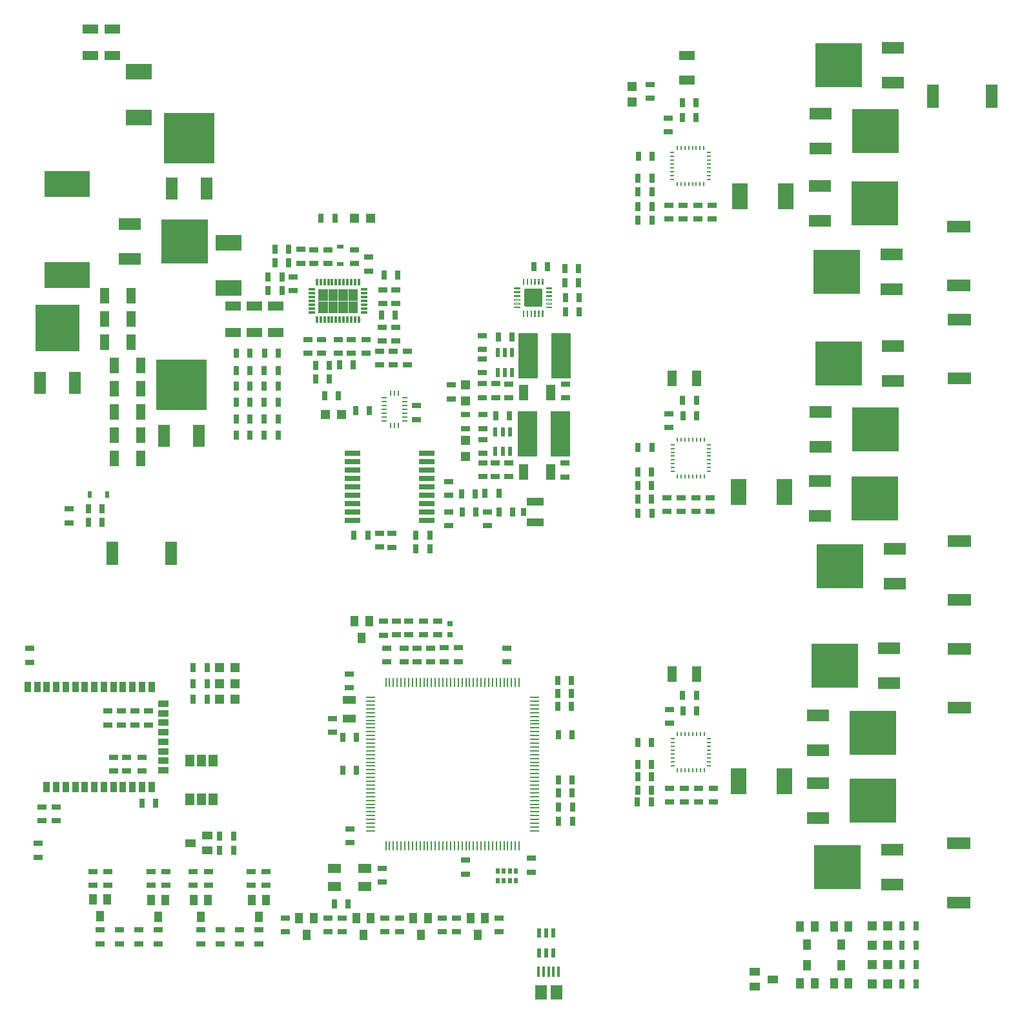
<source format=gtp>
G75*
%MOIN*%
%OFA0B0*%
%FSLAX25Y25*%
%IPPOS*%
%LPD*%
%AMOC8*
5,1,8,0,0,1.08239X$1,22.5*
%
%ADD10R,0.04724X0.03150*%
%ADD11R,0.03150X0.04724*%
%ADD12R,0.03937X0.05512*%
%ADD13R,0.01575X0.05315*%
%ADD14R,0.05906X0.07480*%
%ADD15R,0.07087X0.03937*%
%ADD16R,0.01100X0.04800*%
%ADD17R,0.04800X0.01100*%
%ADD18R,0.02165X0.04724*%
%ADD19R,0.07087X0.05118*%
%ADD20R,0.02362X0.00984*%
%ADD21R,0.00984X0.02362*%
%ADD22R,0.11811X0.06299*%
%ADD23R,0.24409X0.22835*%
%ADD24R,0.07874X0.13386*%
%ADD25R,0.04724X0.04724*%
%ADD26R,0.05512X0.03937*%
%ADD27R,0.12087X0.05984*%
%ADD28R,0.05984X0.12087*%
%ADD29R,0.01181X0.03169*%
%ADD30R,0.03169X0.01181*%
%ADD31C,0.00100*%
%ADD32R,0.08110X0.05000*%
%ADD33R,0.13386X0.07874*%
%ADD34R,0.06299X0.11811*%
%ADD35R,0.22835X0.24409*%
%ADD36R,0.05000X0.08110*%
%ADD37R,0.03150X0.03150*%
%ADD38R,0.26378X0.26378*%
%ADD39R,0.04724X0.07874*%
%ADD40R,0.07874X0.04724*%
%ADD41C,0.00378*%
%ADD42C,0.00930*%
%ADD43R,0.03268X0.02480*%
%ADD44R,0.03150X0.00984*%
%ADD45R,0.00984X0.03150*%
%ADD46R,0.07874X0.02756*%
%ADD47R,0.08661X0.04134*%
%ADD48R,0.03150X0.03937*%
%ADD49R,0.23622X0.13780*%
%ADD50R,0.01969X0.02559*%
%ADD51R,0.09843X0.23622*%
%ADD52R,0.04600X0.06300*%
%ADD53R,0.03300X0.05700*%
%ADD54R,0.05700X0.03300*%
%ADD55R,0.02480X0.03268*%
D10*
X0083200Y0077205D03*
X0083200Y0084291D03*
X0090900Y0084291D03*
X0090900Y0077205D03*
X0113300Y0077205D03*
X0113300Y0084291D03*
X0120800Y0084291D03*
X0120800Y0077205D03*
X0135100Y0077205D03*
X0135100Y0084291D03*
X0142900Y0084291D03*
X0142900Y0077205D03*
X0165100Y0077205D03*
X0165100Y0084291D03*
X0172600Y0084291D03*
X0172600Y0077205D03*
X0182500Y0060491D03*
X0182500Y0053405D03*
X0168900Y0054191D03*
X0168900Y0047105D03*
X0158900Y0047105D03*
X0158900Y0054191D03*
X0148900Y0054191D03*
X0148900Y0047105D03*
X0138900Y0047105D03*
X0138900Y0054191D03*
X0117000Y0054191D03*
X0117000Y0047105D03*
X0107000Y0047105D03*
X0107000Y0054191D03*
X0097000Y0054191D03*
X0097000Y0047105D03*
X0087000Y0047105D03*
X0087000Y0054191D03*
X0055000Y0091805D03*
X0055000Y0098891D03*
X0057000Y0110605D03*
X0057000Y0117691D03*
X0064300Y0117691D03*
X0064300Y0110605D03*
X0093800Y0136205D03*
X0100600Y0136205D03*
X0108500Y0136205D03*
X0108500Y0143291D03*
X0100600Y0143291D03*
X0093800Y0143291D03*
X0091100Y0160105D03*
X0091100Y0167191D03*
X0098100Y0167191D03*
X0105100Y0167191D03*
X0111800Y0167191D03*
X0111800Y0160105D03*
X0105100Y0160105D03*
X0098100Y0160105D03*
X0050500Y0192505D03*
X0050500Y0199591D03*
X0071100Y0264505D03*
X0071100Y0271591D03*
X0194211Y0351905D03*
X0194211Y0358991D03*
X0201361Y0359041D03*
X0201361Y0351955D03*
X0210100Y0351916D03*
X0216711Y0351905D03*
X0216711Y0358991D03*
X0210100Y0359002D03*
X0224411Y0358991D03*
X0224411Y0351905D03*
X0231311Y0353091D03*
X0232711Y0358305D03*
X0239611Y0358305D03*
X0238211Y0353091D03*
X0238211Y0346005D03*
X0231311Y0346005D03*
X0245500Y0345994D03*
X0245500Y0353080D03*
X0239611Y0365391D03*
X0232711Y0365391D03*
X0233111Y0377605D03*
X0239711Y0377605D03*
X0239711Y0384691D03*
X0233111Y0384691D03*
X0225711Y0394505D03*
X0225711Y0401591D03*
X0218211Y0398405D03*
X0218211Y0405491D03*
X0204611Y0405491D03*
X0197311Y0405491D03*
X0190600Y0405580D03*
X0190600Y0398494D03*
X0197311Y0398405D03*
X0204611Y0398405D03*
X0186711Y0391491D03*
X0186711Y0384405D03*
X0250200Y0324891D03*
X0250200Y0317805D03*
X0268200Y0328505D03*
X0268200Y0335591D03*
X0284300Y0336191D03*
X0284300Y0341905D03*
X0284300Y0348991D03*
X0284300Y0354005D03*
X0284300Y0361091D03*
X0291200Y0336191D03*
X0291200Y0329105D03*
X0284300Y0329105D03*
X0284600Y0320191D03*
X0284600Y0313105D03*
X0284600Y0307391D03*
X0275500Y0313105D03*
X0275500Y0320191D03*
X0284600Y0300305D03*
X0284500Y0295291D03*
X0291000Y0295291D03*
X0297800Y0295291D03*
X0297800Y0288205D03*
X0291000Y0288205D03*
X0284500Y0288205D03*
X0266900Y0285791D03*
X0266900Y0278705D03*
X0267000Y0270091D03*
X0267000Y0263005D03*
X0287100Y0263005D03*
X0287100Y0270091D03*
X0327000Y0288105D03*
X0327000Y0295191D03*
X0327400Y0328905D03*
X0327400Y0335991D03*
X0297800Y0336091D03*
X0297800Y0329005D03*
X0237700Y0258891D03*
X0231400Y0258991D03*
X0231400Y0251905D03*
X0237700Y0251805D03*
X0239900Y0213691D03*
X0246200Y0213691D03*
X0246200Y0206605D03*
X0239900Y0206605D03*
X0233300Y0206505D03*
X0235100Y0199691D03*
X0235100Y0192605D03*
X0244000Y0192705D03*
X0250700Y0192705D03*
X0257500Y0192705D03*
X0257500Y0199791D03*
X0250700Y0199791D03*
X0244000Y0199791D03*
X0253800Y0206605D03*
X0261300Y0206605D03*
X0264700Y0199891D03*
X0264700Y0192805D03*
X0271900Y0192805D03*
X0271900Y0199891D03*
X0261300Y0213691D03*
X0253800Y0213691D03*
X0233300Y0213591D03*
X0215500Y0186491D03*
X0215500Y0179405D03*
X0206900Y0163291D03*
X0206900Y0156205D03*
X0216100Y0106391D03*
X0216100Y0099305D03*
X0232500Y0085991D03*
X0232500Y0078905D03*
X0234000Y0060491D03*
X0234000Y0053405D03*
X0241500Y0053405D03*
X0241500Y0060491D03*
X0263500Y0060491D03*
X0271000Y0060491D03*
X0271000Y0053405D03*
X0263500Y0053405D03*
X0293000Y0053405D03*
X0293000Y0060491D03*
X0275700Y0083105D03*
X0275700Y0090191D03*
X0309700Y0091191D03*
X0309700Y0084105D03*
X0381100Y0120205D03*
X0381100Y0127291D03*
X0388600Y0127291D03*
X0388600Y0120205D03*
X0396100Y0120205D03*
X0396100Y0127291D03*
X0403600Y0127291D03*
X0403600Y0120205D03*
X0381110Y0161027D03*
X0381110Y0168113D03*
X0296800Y0192705D03*
X0296800Y0199791D03*
X0379600Y0270205D03*
X0379600Y0277291D03*
X0387100Y0277291D03*
X0387100Y0270205D03*
X0394600Y0270205D03*
X0394600Y0277291D03*
X0402100Y0277291D03*
X0402100Y0270205D03*
X0380710Y0313553D03*
X0380710Y0320639D03*
X0380600Y0421205D03*
X0380600Y0428291D03*
X0388100Y0428291D03*
X0388100Y0421205D03*
X0395600Y0421205D03*
X0395600Y0428291D03*
X0403100Y0428291D03*
X0403100Y0421205D03*
X0380310Y0466405D03*
X0380310Y0473491D03*
X0371100Y0483605D03*
X0371100Y0490691D03*
X0212000Y0060491D03*
X0212000Y0053405D03*
X0204500Y0053405D03*
X0204500Y0060491D03*
D11*
X0207857Y0067748D03*
X0214943Y0067748D03*
X0155843Y0095448D03*
X0155843Y0102748D03*
X0148757Y0102748D03*
X0148757Y0095448D03*
X0115743Y0119648D03*
X0108657Y0119648D03*
X0135057Y0173348D03*
X0142143Y0173348D03*
X0142143Y0181348D03*
X0135057Y0181348D03*
X0135057Y0189648D03*
X0142143Y0189648D03*
X0212257Y0153748D03*
X0219343Y0153748D03*
X0219243Y0136848D03*
X0212157Y0136848D03*
X0323457Y0131648D03*
X0330543Y0131648D03*
X0330719Y0125065D03*
X0323632Y0125065D03*
X0323732Y0117765D03*
X0330819Y0117765D03*
X0330819Y0110365D03*
X0323732Y0110365D03*
X0364446Y0120248D03*
X0364467Y0126348D03*
X0371554Y0126348D03*
X0371533Y0120248D03*
X0371554Y0133448D03*
X0371554Y0139848D03*
X0364467Y0139848D03*
X0364467Y0133448D03*
X0364467Y0150870D03*
X0371554Y0150870D03*
X0387867Y0167370D03*
X0394954Y0167370D03*
X0394854Y0175370D03*
X0387767Y0175370D03*
X0330243Y0176448D03*
X0330243Y0182948D03*
X0323157Y0182948D03*
X0323157Y0176448D03*
X0323157Y0169848D03*
X0330243Y0169848D03*
X0330743Y0155048D03*
X0323657Y0155048D03*
X0257143Y0251148D03*
X0250057Y0251148D03*
X0250057Y0258148D03*
X0257143Y0258148D03*
X0273957Y0270048D03*
X0281043Y0270048D03*
X0280543Y0279448D03*
X0285757Y0279548D03*
X0292843Y0279548D03*
X0292957Y0270048D03*
X0300043Y0270048D03*
X0273457Y0279448D03*
X0291257Y0319548D03*
X0298343Y0319548D03*
X0299743Y0360248D03*
X0292657Y0360248D03*
X0327257Y0373248D03*
X0334343Y0373248D03*
X0334343Y0380748D03*
X0327257Y0380748D03*
X0326857Y0388248D03*
X0333943Y0388248D03*
X0333943Y0395748D03*
X0326857Y0395748D03*
X0318043Y0396548D03*
X0310957Y0396548D03*
X0364767Y0420548D03*
X0371854Y0420548D03*
X0371854Y0427848D03*
X0364767Y0427848D03*
X0364767Y0435348D03*
X0371854Y0435348D03*
X0371854Y0442448D03*
X0364767Y0442448D03*
X0364867Y0453548D03*
X0371954Y0453548D03*
X0387667Y0473848D03*
X0394754Y0473848D03*
X0394754Y0481248D03*
X0387667Y0481248D03*
X0240543Y0392359D03*
X0233457Y0392359D03*
X0232357Y0371537D03*
X0239443Y0371537D03*
X0217654Y0345948D03*
X0210568Y0345948D03*
X0205254Y0345848D03*
X0198168Y0345848D03*
X0198157Y0338559D03*
X0205243Y0338559D03*
X0202845Y0329978D03*
X0209931Y0329978D03*
X0218857Y0322348D03*
X0225943Y0322348D03*
X0178868Y0326576D03*
X0178868Y0318076D03*
X0171781Y0318076D03*
X0164368Y0318076D03*
X0157281Y0318076D03*
X0157281Y0326576D03*
X0164368Y0326576D03*
X0171781Y0326576D03*
X0171781Y0335076D03*
X0164368Y0335076D03*
X0157281Y0335076D03*
X0157281Y0343176D03*
X0164368Y0343176D03*
X0171781Y0343176D03*
X0178868Y0343176D03*
X0178868Y0335076D03*
X0178968Y0352076D03*
X0171881Y0352076D03*
X0164368Y0352076D03*
X0157281Y0352076D03*
X0173768Y0384448D03*
X0173768Y0391448D03*
X0180854Y0391448D03*
X0180854Y0384448D03*
X0184254Y0398548D03*
X0184232Y0405548D03*
X0177146Y0405548D03*
X0177168Y0398548D03*
X0201057Y0421648D03*
X0208143Y0421648D03*
X0178868Y0309576D03*
X0171781Y0309576D03*
X0164368Y0309576D03*
X0157281Y0309576D03*
X0218057Y0258148D03*
X0225143Y0258148D03*
X0088043Y0264548D03*
X0080957Y0264548D03*
X0080957Y0271848D03*
X0088043Y0271848D03*
X0364667Y0276548D03*
X0371754Y0276548D03*
X0371833Y0269348D03*
X0364746Y0269348D03*
X0364667Y0283848D03*
X0371754Y0283848D03*
X0371754Y0290848D03*
X0364667Y0290848D03*
X0364767Y0303296D03*
X0371854Y0303296D03*
X0387867Y0319696D03*
X0394954Y0319696D03*
X0394854Y0327596D03*
X0387767Y0327596D03*
X0501067Y0056348D03*
X0508154Y0056348D03*
X0508154Y0046348D03*
X0501067Y0046348D03*
X0501067Y0036348D03*
X0508154Y0036348D03*
X0508154Y0026348D03*
X0501067Y0026348D03*
D12*
X0083260Y0070079D03*
X0090740Y0070079D03*
X0087000Y0061417D03*
X0113260Y0069679D03*
X0117000Y0061017D03*
X0120740Y0069679D03*
X0135160Y0069679D03*
X0142640Y0069679D03*
X0138900Y0061017D03*
X0165160Y0069679D03*
X0168900Y0061017D03*
X0172640Y0069679D03*
X0189760Y0060479D03*
X0197240Y0060479D03*
X0193500Y0051817D03*
X0219260Y0060479D03*
X0226740Y0060479D03*
X0223000Y0051817D03*
X0248760Y0060479D03*
X0256240Y0060479D03*
X0252500Y0051817D03*
X0278260Y0060479D03*
X0285740Y0060479D03*
X0282000Y0051817D03*
X0222100Y0204917D03*
X0218360Y0213579D03*
X0225840Y0213579D03*
X0448370Y0056072D03*
X0455850Y0056072D03*
X0465870Y0056072D03*
X0473350Y0056072D03*
X0469610Y0046624D03*
X0469610Y0036072D03*
X0465870Y0026624D03*
X0473350Y0026624D03*
X0455850Y0026624D03*
X0448370Y0026624D03*
X0452110Y0036072D03*
X0452110Y0046624D03*
D13*
X0323661Y0032648D03*
X0321102Y0032648D03*
X0318543Y0032648D03*
X0315983Y0032648D03*
X0313424Y0032648D03*
D14*
X0314606Y0022018D03*
X0322480Y0022018D03*
D15*
X0215500Y0163327D03*
X0215500Y0173169D03*
D16*
X0234451Y0182148D03*
X0236420Y0182148D03*
X0238388Y0182148D03*
X0240357Y0182148D03*
X0242325Y0182148D03*
X0244294Y0182148D03*
X0246262Y0182148D03*
X0248231Y0182148D03*
X0250199Y0182148D03*
X0252168Y0182148D03*
X0254136Y0182148D03*
X0256105Y0182148D03*
X0258073Y0182148D03*
X0260042Y0182148D03*
X0262010Y0182148D03*
X0263979Y0182148D03*
X0265947Y0182148D03*
X0267916Y0182148D03*
X0269884Y0182148D03*
X0271853Y0182148D03*
X0273821Y0182148D03*
X0275790Y0182148D03*
X0277758Y0182148D03*
X0279727Y0182148D03*
X0281695Y0182148D03*
X0283664Y0182148D03*
X0285632Y0182148D03*
X0287601Y0182148D03*
X0289569Y0182148D03*
X0291538Y0182148D03*
X0293506Y0182148D03*
X0295475Y0182148D03*
X0297443Y0182148D03*
X0299412Y0182148D03*
X0301380Y0182148D03*
X0303349Y0182148D03*
X0303349Y0097548D03*
X0301380Y0097548D03*
X0299412Y0097548D03*
X0297443Y0097548D03*
X0295475Y0097548D03*
X0293506Y0097548D03*
X0291538Y0097548D03*
X0289569Y0097548D03*
X0287601Y0097548D03*
X0285632Y0097548D03*
X0283664Y0097548D03*
X0281695Y0097548D03*
X0279727Y0097548D03*
X0277758Y0097548D03*
X0275790Y0097548D03*
X0273821Y0097548D03*
X0271853Y0097548D03*
X0269884Y0097548D03*
X0267916Y0097548D03*
X0265947Y0097548D03*
X0263979Y0097548D03*
X0262010Y0097548D03*
X0260042Y0097548D03*
X0258073Y0097548D03*
X0256105Y0097548D03*
X0254136Y0097548D03*
X0252168Y0097548D03*
X0250199Y0097548D03*
X0248231Y0097548D03*
X0246262Y0097548D03*
X0244294Y0097548D03*
X0242325Y0097548D03*
X0240357Y0097548D03*
X0238388Y0097548D03*
X0236420Y0097548D03*
X0234451Y0097548D03*
D17*
X0226600Y0105399D03*
X0226600Y0107368D03*
X0226600Y0109336D03*
X0226600Y0111305D03*
X0226600Y0113273D03*
X0226600Y0115242D03*
X0226600Y0117210D03*
X0226600Y0119179D03*
X0226600Y0121147D03*
X0226600Y0123116D03*
X0226600Y0125084D03*
X0226600Y0127053D03*
X0226600Y0129021D03*
X0226600Y0130990D03*
X0226600Y0132958D03*
X0226600Y0134927D03*
X0226600Y0136895D03*
X0226600Y0138864D03*
X0226600Y0140832D03*
X0226600Y0142801D03*
X0226600Y0144769D03*
X0226600Y0146738D03*
X0226600Y0148706D03*
X0226600Y0150675D03*
X0226600Y0152643D03*
X0226600Y0154612D03*
X0226600Y0156580D03*
X0226600Y0158549D03*
X0226600Y0160517D03*
X0226600Y0162486D03*
X0226600Y0164454D03*
X0226600Y0166423D03*
X0226600Y0168391D03*
X0226600Y0170360D03*
X0226600Y0172328D03*
X0226600Y0174297D03*
X0311200Y0174297D03*
X0311200Y0172328D03*
X0311200Y0170360D03*
X0311200Y0168391D03*
X0311200Y0166423D03*
X0311200Y0164454D03*
X0311200Y0162486D03*
X0311200Y0160517D03*
X0311200Y0158549D03*
X0311200Y0156580D03*
X0311200Y0154612D03*
X0311200Y0152643D03*
X0311200Y0150675D03*
X0311200Y0148706D03*
X0311200Y0146738D03*
X0311200Y0144769D03*
X0311200Y0142801D03*
X0311200Y0140832D03*
X0311200Y0138864D03*
X0311200Y0136895D03*
X0311200Y0134927D03*
X0311200Y0132958D03*
X0311200Y0130990D03*
X0311200Y0129021D03*
X0311200Y0127053D03*
X0311200Y0125084D03*
X0311200Y0123116D03*
X0311200Y0121147D03*
X0311200Y0119179D03*
X0311200Y0117210D03*
X0311200Y0115242D03*
X0311200Y0113273D03*
X0311200Y0111305D03*
X0311200Y0109336D03*
X0311200Y0107368D03*
X0311200Y0105399D03*
D18*
X0313460Y0052567D03*
X0317200Y0052567D03*
X0320940Y0052567D03*
X0320940Y0042330D03*
X0317200Y0042330D03*
X0313460Y0042330D03*
X0298540Y0301230D03*
X0294800Y0301230D03*
X0291060Y0301230D03*
X0291060Y0311466D03*
X0294800Y0311466D03*
X0298540Y0311466D03*
X0299640Y0342030D03*
X0295900Y0342030D03*
X0292160Y0342030D03*
X0292160Y0352266D03*
X0295900Y0352266D03*
X0299640Y0352266D03*
D19*
X0223574Y0085972D03*
X0223574Y0076524D03*
X0207826Y0076524D03*
X0207826Y0085972D03*
D20*
X0382461Y0139080D03*
X0382461Y0141049D03*
X0382461Y0143017D03*
X0382461Y0144986D03*
X0382461Y0146954D03*
X0382461Y0148923D03*
X0382461Y0150891D03*
X0382461Y0152860D03*
X0401359Y0152860D03*
X0401359Y0150891D03*
X0401359Y0148923D03*
X0401359Y0146954D03*
X0401359Y0144986D03*
X0401359Y0143017D03*
X0401359Y0141049D03*
X0401359Y0139080D03*
X0401359Y0291006D03*
X0401359Y0292975D03*
X0401359Y0294943D03*
X0401359Y0296912D03*
X0401359Y0298880D03*
X0401359Y0300849D03*
X0401359Y0302817D03*
X0401359Y0304786D03*
X0382461Y0304786D03*
X0382461Y0302817D03*
X0382461Y0300849D03*
X0382461Y0298880D03*
X0382461Y0296912D03*
X0382461Y0294943D03*
X0382461Y0292975D03*
X0382461Y0291006D03*
X0382361Y0441758D03*
X0382361Y0443727D03*
X0382361Y0445695D03*
X0382361Y0447664D03*
X0382361Y0449632D03*
X0382361Y0451601D03*
X0382361Y0453569D03*
X0382361Y0455538D03*
X0401259Y0455538D03*
X0401259Y0453569D03*
X0401259Y0451601D03*
X0401259Y0449632D03*
X0401259Y0447664D03*
X0401259Y0445695D03*
X0401259Y0443727D03*
X0401259Y0441758D03*
D21*
X0398700Y0439199D03*
X0396731Y0439199D03*
X0394763Y0439199D03*
X0392794Y0439199D03*
X0390826Y0439199D03*
X0388857Y0439199D03*
X0386889Y0439199D03*
X0384920Y0439199D03*
X0384920Y0458097D03*
X0386889Y0458097D03*
X0388857Y0458097D03*
X0390826Y0458097D03*
X0392794Y0458097D03*
X0394763Y0458097D03*
X0396731Y0458097D03*
X0398700Y0458097D03*
X0398800Y0307345D03*
X0396831Y0307345D03*
X0394863Y0307345D03*
X0392894Y0307345D03*
X0390926Y0307345D03*
X0388957Y0307345D03*
X0386989Y0307345D03*
X0385020Y0307345D03*
X0385020Y0288447D03*
X0386989Y0288447D03*
X0388957Y0288447D03*
X0390926Y0288447D03*
X0392894Y0288447D03*
X0394863Y0288447D03*
X0396831Y0288447D03*
X0398800Y0288447D03*
X0398800Y0155419D03*
X0396831Y0155419D03*
X0394863Y0155419D03*
X0392894Y0155419D03*
X0390926Y0155419D03*
X0388957Y0155419D03*
X0386989Y0155419D03*
X0385020Y0155419D03*
X0385020Y0136521D03*
X0386989Y0136521D03*
X0388957Y0136521D03*
X0390926Y0136521D03*
X0392894Y0136521D03*
X0394863Y0136521D03*
X0396831Y0136521D03*
X0398800Y0136521D03*
D22*
X0457610Y0129966D03*
X0457690Y0146874D03*
X0457690Y0164866D03*
X0494390Y0181730D03*
X0494390Y0199722D03*
X0497210Y0233004D03*
X0497210Y0250996D03*
X0458610Y0268100D03*
X0458610Y0286092D03*
X0458990Y0303700D03*
X0458990Y0321692D03*
X0496390Y0337604D03*
X0496390Y0355596D03*
X0495710Y0385152D03*
X0495710Y0403144D03*
X0458710Y0420352D03*
X0458710Y0438344D03*
X0458990Y0457652D03*
X0458990Y0475644D03*
X0496390Y0491752D03*
X0496390Y0509744D03*
X0102411Y0418544D03*
X0102411Y0400552D03*
X0457610Y0111974D03*
X0495910Y0095822D03*
X0495910Y0077830D03*
D23*
X0467643Y0086826D03*
X0485878Y0120970D03*
X0485957Y0155870D03*
X0466122Y0190726D03*
X0468943Y0242000D03*
X0486878Y0277096D03*
X0487257Y0312696D03*
X0468122Y0346600D03*
X0467443Y0394148D03*
X0486978Y0429348D03*
X0487257Y0466648D03*
X0468122Y0500748D03*
X0130679Y0409548D03*
D24*
X0417299Y0433148D03*
X0440921Y0433148D03*
X0440321Y0280296D03*
X0416699Y0280296D03*
X0416599Y0131070D03*
X0440221Y0131070D03*
D25*
X0485476Y0056348D03*
X0493744Y0056348D03*
X0493744Y0046348D03*
X0485476Y0046348D03*
X0485476Y0036348D03*
X0493744Y0036348D03*
X0493744Y0026348D03*
X0485476Y0026348D03*
X0275500Y0298714D03*
X0275500Y0306982D03*
X0275500Y0327314D03*
X0275500Y0335582D03*
X0211646Y0320418D03*
X0203378Y0320418D03*
X0218266Y0421648D03*
X0226534Y0421648D03*
X0361500Y0481561D03*
X0361500Y0489829D03*
X0156734Y0189648D03*
X0156734Y0181348D03*
X0156734Y0173348D03*
X0148466Y0173348D03*
X0148466Y0181348D03*
X0148466Y0189648D03*
D26*
X0142131Y0102888D03*
X0142131Y0095408D03*
X0133469Y0099148D03*
X0424886Y0032588D03*
X0424886Y0025108D03*
X0434335Y0028848D03*
D27*
X0530410Y0068454D03*
X0530410Y0098887D03*
X0530610Y0168854D03*
X0530610Y0199287D03*
X0530710Y0224680D03*
X0530710Y0255113D03*
X0530610Y0338880D03*
X0530610Y0369313D03*
X0530310Y0387031D03*
X0530310Y0417465D03*
D28*
X0516994Y0484648D03*
X0547427Y0484648D03*
X0123717Y0248559D03*
X0093283Y0248559D03*
D29*
X0198884Y0369393D03*
X0200853Y0369393D03*
X0202821Y0369393D03*
X0204790Y0369393D03*
X0206758Y0369393D03*
X0208727Y0369393D03*
X0210695Y0369393D03*
X0212664Y0369393D03*
X0214632Y0369393D03*
X0216601Y0369393D03*
X0218569Y0369393D03*
X0220538Y0369393D03*
X0220538Y0388703D03*
X0218569Y0388703D03*
X0216601Y0388703D03*
X0214632Y0388703D03*
X0212664Y0388703D03*
X0210695Y0388703D03*
X0208727Y0388703D03*
X0206758Y0388703D03*
X0204790Y0388703D03*
X0202821Y0388703D03*
X0200853Y0388703D03*
X0198884Y0388703D03*
D30*
X0196119Y0384954D03*
X0196119Y0382985D03*
X0196119Y0381017D03*
X0196119Y0379048D03*
X0196119Y0377080D03*
X0196119Y0375111D03*
X0196119Y0373143D03*
X0223303Y0373143D03*
X0223303Y0375111D03*
X0223303Y0377080D03*
X0223303Y0379048D03*
X0223303Y0381017D03*
X0223303Y0382985D03*
X0223303Y0384954D03*
D31*
X0219652Y0384991D02*
X0215272Y0384991D01*
X0215272Y0385052D02*
X0215272Y0379442D01*
X0219652Y0379442D01*
X0219652Y0385052D01*
X0215272Y0385052D01*
X0215272Y0384892D02*
X0219652Y0384892D01*
X0219652Y0384794D02*
X0215272Y0384794D01*
X0215272Y0384695D02*
X0219652Y0384695D01*
X0219652Y0384597D02*
X0215272Y0384597D01*
X0215272Y0384498D02*
X0219652Y0384498D01*
X0219652Y0384400D02*
X0215272Y0384400D01*
X0215272Y0384301D02*
X0219652Y0384301D01*
X0219652Y0384203D02*
X0215272Y0384203D01*
X0215272Y0384104D02*
X0219652Y0384104D01*
X0219652Y0384006D02*
X0215272Y0384006D01*
X0215272Y0383907D02*
X0219652Y0383907D01*
X0219652Y0383809D02*
X0215272Y0383809D01*
X0215272Y0383710D02*
X0219652Y0383710D01*
X0219652Y0383612D02*
X0215272Y0383612D01*
X0215272Y0383513D02*
X0219652Y0383513D01*
X0219652Y0383415D02*
X0215272Y0383415D01*
X0215272Y0383316D02*
X0219652Y0383316D01*
X0219652Y0383218D02*
X0215272Y0383218D01*
X0215272Y0383119D02*
X0219652Y0383119D01*
X0219652Y0383021D02*
X0215272Y0383021D01*
X0215272Y0382922D02*
X0219652Y0382922D01*
X0219652Y0382824D02*
X0215272Y0382824D01*
X0215272Y0382725D02*
X0219652Y0382725D01*
X0219652Y0382627D02*
X0215272Y0382627D01*
X0215272Y0382528D02*
X0219652Y0382528D01*
X0219652Y0382429D02*
X0215272Y0382429D01*
X0215272Y0382331D02*
X0219652Y0382331D01*
X0219652Y0382232D02*
X0215272Y0382232D01*
X0215272Y0382134D02*
X0219652Y0382134D01*
X0219652Y0382035D02*
X0215272Y0382035D01*
X0215272Y0381937D02*
X0219652Y0381937D01*
X0219652Y0381838D02*
X0215272Y0381838D01*
X0215272Y0381740D02*
X0219652Y0381740D01*
X0219652Y0381641D02*
X0215272Y0381641D01*
X0215272Y0381543D02*
X0219652Y0381543D01*
X0219652Y0381444D02*
X0215272Y0381444D01*
X0215272Y0381346D02*
X0219652Y0381346D01*
X0219652Y0381247D02*
X0215272Y0381247D01*
X0215272Y0381149D02*
X0219652Y0381149D01*
X0219652Y0381050D02*
X0215272Y0381050D01*
X0215272Y0380952D02*
X0219652Y0380952D01*
X0219652Y0380853D02*
X0215272Y0380853D01*
X0215272Y0380755D02*
X0219652Y0380755D01*
X0219652Y0380656D02*
X0215272Y0380656D01*
X0215272Y0380558D02*
X0219652Y0380558D01*
X0219652Y0380459D02*
X0215272Y0380459D01*
X0215272Y0380361D02*
X0219652Y0380361D01*
X0219652Y0380262D02*
X0215272Y0380262D01*
X0215272Y0380164D02*
X0219652Y0380164D01*
X0219652Y0380065D02*
X0215272Y0380065D01*
X0215272Y0379967D02*
X0219652Y0379967D01*
X0219652Y0379868D02*
X0215272Y0379868D01*
X0215272Y0379770D02*
X0219652Y0379770D01*
X0219652Y0379671D02*
X0215272Y0379671D01*
X0215272Y0379573D02*
X0219652Y0379573D01*
X0219652Y0379474D02*
X0215272Y0379474D01*
X0214485Y0379474D02*
X0210105Y0379474D01*
X0210105Y0379442D02*
X0210105Y0385052D01*
X0214485Y0385052D01*
X0214485Y0379442D01*
X0210105Y0379442D01*
X0210105Y0379573D02*
X0214485Y0379573D01*
X0214485Y0379671D02*
X0210105Y0379671D01*
X0210105Y0379770D02*
X0214485Y0379770D01*
X0214485Y0379868D02*
X0210105Y0379868D01*
X0210105Y0379967D02*
X0214485Y0379967D01*
X0214485Y0380065D02*
X0210105Y0380065D01*
X0210105Y0380164D02*
X0214485Y0380164D01*
X0214485Y0380262D02*
X0210105Y0380262D01*
X0210105Y0380361D02*
X0214485Y0380361D01*
X0214485Y0380459D02*
X0210105Y0380459D01*
X0210105Y0380558D02*
X0214485Y0380558D01*
X0214485Y0380656D02*
X0210105Y0380656D01*
X0210105Y0380755D02*
X0214485Y0380755D01*
X0214485Y0380853D02*
X0210105Y0380853D01*
X0210105Y0380952D02*
X0214485Y0380952D01*
X0214485Y0381050D02*
X0210105Y0381050D01*
X0210105Y0381149D02*
X0214485Y0381149D01*
X0214485Y0381247D02*
X0210105Y0381247D01*
X0210105Y0381346D02*
X0214485Y0381346D01*
X0214485Y0381444D02*
X0210105Y0381444D01*
X0210105Y0381543D02*
X0214485Y0381543D01*
X0214485Y0381641D02*
X0210105Y0381641D01*
X0210105Y0381740D02*
X0214485Y0381740D01*
X0214485Y0381838D02*
X0210105Y0381838D01*
X0210105Y0381937D02*
X0214485Y0381937D01*
X0214485Y0382035D02*
X0210105Y0382035D01*
X0210105Y0382134D02*
X0214485Y0382134D01*
X0214485Y0382232D02*
X0210105Y0382232D01*
X0210105Y0382331D02*
X0214485Y0382331D01*
X0214485Y0382429D02*
X0210105Y0382429D01*
X0210105Y0382528D02*
X0214485Y0382528D01*
X0214485Y0382627D02*
X0210105Y0382627D01*
X0210105Y0382725D02*
X0214485Y0382725D01*
X0214485Y0382824D02*
X0210105Y0382824D01*
X0210105Y0382922D02*
X0214485Y0382922D01*
X0214485Y0383021D02*
X0210105Y0383021D01*
X0210105Y0383119D02*
X0214485Y0383119D01*
X0214485Y0383218D02*
X0210105Y0383218D01*
X0210105Y0383316D02*
X0214485Y0383316D01*
X0214485Y0383415D02*
X0210105Y0383415D01*
X0210105Y0383513D02*
X0214485Y0383513D01*
X0214485Y0383612D02*
X0210105Y0383612D01*
X0210105Y0383710D02*
X0214485Y0383710D01*
X0214485Y0383809D02*
X0210105Y0383809D01*
X0210105Y0383907D02*
X0214485Y0383907D01*
X0214485Y0384006D02*
X0210105Y0384006D01*
X0210105Y0384104D02*
X0214485Y0384104D01*
X0214485Y0384203D02*
X0210105Y0384203D01*
X0210105Y0384301D02*
X0214485Y0384301D01*
X0214485Y0384400D02*
X0210105Y0384400D01*
X0210105Y0384498D02*
X0214485Y0384498D01*
X0214485Y0384597D02*
X0210105Y0384597D01*
X0210105Y0384695D02*
X0214485Y0384695D01*
X0214485Y0384794D02*
X0210105Y0384794D01*
X0210105Y0384892D02*
X0214485Y0384892D01*
X0214485Y0384991D02*
X0210105Y0384991D01*
X0209317Y0384991D02*
X0204937Y0384991D01*
X0204937Y0385052D02*
X0204937Y0379442D01*
X0209317Y0379442D01*
X0209317Y0385052D01*
X0204937Y0385052D01*
X0204937Y0384892D02*
X0209317Y0384892D01*
X0209317Y0384794D02*
X0204937Y0384794D01*
X0204937Y0384695D02*
X0209317Y0384695D01*
X0209317Y0384597D02*
X0204937Y0384597D01*
X0204937Y0384498D02*
X0209317Y0384498D01*
X0209317Y0384400D02*
X0204937Y0384400D01*
X0204937Y0384301D02*
X0209317Y0384301D01*
X0209317Y0384203D02*
X0204937Y0384203D01*
X0204937Y0384104D02*
X0209317Y0384104D01*
X0209317Y0384006D02*
X0204937Y0384006D01*
X0204937Y0383907D02*
X0209317Y0383907D01*
X0209317Y0383809D02*
X0204937Y0383809D01*
X0204937Y0383710D02*
X0209317Y0383710D01*
X0209317Y0383612D02*
X0204937Y0383612D01*
X0204937Y0383513D02*
X0209317Y0383513D01*
X0209317Y0383415D02*
X0204937Y0383415D01*
X0204937Y0383316D02*
X0209317Y0383316D01*
X0209317Y0383218D02*
X0204937Y0383218D01*
X0204937Y0383119D02*
X0209317Y0383119D01*
X0209317Y0383021D02*
X0204937Y0383021D01*
X0204937Y0382922D02*
X0209317Y0382922D01*
X0209317Y0382824D02*
X0204937Y0382824D01*
X0204937Y0382725D02*
X0209317Y0382725D01*
X0209317Y0382627D02*
X0204937Y0382627D01*
X0204937Y0382528D02*
X0209317Y0382528D01*
X0209317Y0382429D02*
X0204937Y0382429D01*
X0204937Y0382331D02*
X0209317Y0382331D01*
X0209317Y0382232D02*
X0204937Y0382232D01*
X0204937Y0382134D02*
X0209317Y0382134D01*
X0209317Y0382035D02*
X0204937Y0382035D01*
X0204937Y0381937D02*
X0209317Y0381937D01*
X0209317Y0381838D02*
X0204937Y0381838D01*
X0204937Y0381740D02*
X0209317Y0381740D01*
X0209317Y0381641D02*
X0204937Y0381641D01*
X0204937Y0381543D02*
X0209317Y0381543D01*
X0209317Y0381444D02*
X0204937Y0381444D01*
X0204937Y0381346D02*
X0209317Y0381346D01*
X0209317Y0381247D02*
X0204937Y0381247D01*
X0204937Y0381149D02*
X0209317Y0381149D01*
X0209317Y0381050D02*
X0204937Y0381050D01*
X0204937Y0380952D02*
X0209317Y0380952D01*
X0209317Y0380853D02*
X0204937Y0380853D01*
X0204937Y0380755D02*
X0209317Y0380755D01*
X0209317Y0380656D02*
X0204937Y0380656D01*
X0204937Y0380558D02*
X0209317Y0380558D01*
X0209317Y0380459D02*
X0204937Y0380459D01*
X0204937Y0380361D02*
X0209317Y0380361D01*
X0209317Y0380262D02*
X0204937Y0380262D01*
X0204937Y0380164D02*
X0209317Y0380164D01*
X0209317Y0380065D02*
X0204937Y0380065D01*
X0204937Y0379967D02*
X0209317Y0379967D01*
X0209317Y0379868D02*
X0204937Y0379868D01*
X0204937Y0379770D02*
X0209317Y0379770D01*
X0209317Y0379671D02*
X0204937Y0379671D01*
X0204937Y0379573D02*
X0209317Y0379573D01*
X0209317Y0379474D02*
X0204937Y0379474D01*
X0204150Y0379474D02*
X0199770Y0379474D01*
X0199770Y0379442D02*
X0199770Y0385052D01*
X0204150Y0385052D01*
X0204150Y0379442D01*
X0199770Y0379442D01*
X0199770Y0379573D02*
X0204150Y0379573D01*
X0204150Y0379671D02*
X0199770Y0379671D01*
X0199770Y0379770D02*
X0204150Y0379770D01*
X0204150Y0379868D02*
X0199770Y0379868D01*
X0199770Y0379967D02*
X0204150Y0379967D01*
X0204150Y0380065D02*
X0199770Y0380065D01*
X0199770Y0380164D02*
X0204150Y0380164D01*
X0204150Y0380262D02*
X0199770Y0380262D01*
X0199770Y0380361D02*
X0204150Y0380361D01*
X0204150Y0380459D02*
X0199770Y0380459D01*
X0199770Y0380558D02*
X0204150Y0380558D01*
X0204150Y0380656D02*
X0199770Y0380656D01*
X0199770Y0380755D02*
X0204150Y0380755D01*
X0204150Y0380853D02*
X0199770Y0380853D01*
X0199770Y0380952D02*
X0204150Y0380952D01*
X0204150Y0381050D02*
X0199770Y0381050D01*
X0199770Y0381149D02*
X0204150Y0381149D01*
X0204150Y0381247D02*
X0199770Y0381247D01*
X0199770Y0381346D02*
X0204150Y0381346D01*
X0204150Y0381444D02*
X0199770Y0381444D01*
X0199770Y0381543D02*
X0204150Y0381543D01*
X0204150Y0381641D02*
X0199770Y0381641D01*
X0199770Y0381740D02*
X0204150Y0381740D01*
X0204150Y0381838D02*
X0199770Y0381838D01*
X0199770Y0381937D02*
X0204150Y0381937D01*
X0204150Y0382035D02*
X0199770Y0382035D01*
X0199770Y0382134D02*
X0204150Y0382134D01*
X0204150Y0382232D02*
X0199770Y0382232D01*
X0199770Y0382331D02*
X0204150Y0382331D01*
X0204150Y0382429D02*
X0199770Y0382429D01*
X0199770Y0382528D02*
X0204150Y0382528D01*
X0204150Y0382627D02*
X0199770Y0382627D01*
X0199770Y0382725D02*
X0204150Y0382725D01*
X0204150Y0382824D02*
X0199770Y0382824D01*
X0199770Y0382922D02*
X0204150Y0382922D01*
X0204150Y0383021D02*
X0199770Y0383021D01*
X0199770Y0383119D02*
X0204150Y0383119D01*
X0204150Y0383218D02*
X0199770Y0383218D01*
X0199770Y0383316D02*
X0204150Y0383316D01*
X0204150Y0383415D02*
X0199770Y0383415D01*
X0199770Y0383513D02*
X0204150Y0383513D01*
X0204150Y0383612D02*
X0199770Y0383612D01*
X0199770Y0383710D02*
X0204150Y0383710D01*
X0204150Y0383809D02*
X0199770Y0383809D01*
X0199770Y0383907D02*
X0204150Y0383907D01*
X0204150Y0384006D02*
X0199770Y0384006D01*
X0199770Y0384104D02*
X0204150Y0384104D01*
X0204150Y0384203D02*
X0199770Y0384203D01*
X0199770Y0384301D02*
X0204150Y0384301D01*
X0204150Y0384400D02*
X0199770Y0384400D01*
X0199770Y0384498D02*
X0204150Y0384498D01*
X0204150Y0384597D02*
X0199770Y0384597D01*
X0199770Y0384695D02*
X0204150Y0384695D01*
X0204150Y0384794D02*
X0199770Y0384794D01*
X0199770Y0384892D02*
X0204150Y0384892D01*
X0204150Y0384991D02*
X0199770Y0384991D01*
X0199770Y0378654D02*
X0199770Y0373044D01*
X0204150Y0373044D01*
X0204150Y0378654D01*
X0199770Y0378654D01*
X0199770Y0378588D02*
X0204150Y0378588D01*
X0204150Y0378489D02*
X0199770Y0378489D01*
X0199770Y0378391D02*
X0204150Y0378391D01*
X0204150Y0378292D02*
X0199770Y0378292D01*
X0199770Y0378194D02*
X0204150Y0378194D01*
X0204150Y0378095D02*
X0199770Y0378095D01*
X0199770Y0377996D02*
X0204150Y0377996D01*
X0204150Y0377898D02*
X0199770Y0377898D01*
X0199770Y0377799D02*
X0204150Y0377799D01*
X0204150Y0377701D02*
X0199770Y0377701D01*
X0199770Y0377602D02*
X0204150Y0377602D01*
X0204150Y0377504D02*
X0199770Y0377504D01*
X0199770Y0377405D02*
X0204150Y0377405D01*
X0204150Y0377307D02*
X0199770Y0377307D01*
X0199770Y0377208D02*
X0204150Y0377208D01*
X0204150Y0377110D02*
X0199770Y0377110D01*
X0199770Y0377011D02*
X0204150Y0377011D01*
X0204150Y0376913D02*
X0199770Y0376913D01*
X0199770Y0376814D02*
X0204150Y0376814D01*
X0204150Y0376716D02*
X0199770Y0376716D01*
X0199770Y0376617D02*
X0204150Y0376617D01*
X0204150Y0376519D02*
X0199770Y0376519D01*
X0199770Y0376420D02*
X0204150Y0376420D01*
X0204150Y0376322D02*
X0199770Y0376322D01*
X0199770Y0376223D02*
X0204150Y0376223D01*
X0204150Y0376125D02*
X0199770Y0376125D01*
X0199770Y0376026D02*
X0204150Y0376026D01*
X0204150Y0375928D02*
X0199770Y0375928D01*
X0199770Y0375829D02*
X0204150Y0375829D01*
X0204150Y0375731D02*
X0199770Y0375731D01*
X0199770Y0375632D02*
X0204150Y0375632D01*
X0204150Y0375534D02*
X0199770Y0375534D01*
X0199770Y0375435D02*
X0204150Y0375435D01*
X0204150Y0375337D02*
X0199770Y0375337D01*
X0199770Y0375238D02*
X0204150Y0375238D01*
X0204150Y0375140D02*
X0199770Y0375140D01*
X0199770Y0375041D02*
X0204150Y0375041D01*
X0204150Y0374943D02*
X0199770Y0374943D01*
X0199770Y0374844D02*
X0204150Y0374844D01*
X0204150Y0374746D02*
X0199770Y0374746D01*
X0199770Y0374647D02*
X0204150Y0374647D01*
X0204150Y0374549D02*
X0199770Y0374549D01*
X0199770Y0374450D02*
X0204150Y0374450D01*
X0204150Y0374352D02*
X0199770Y0374352D01*
X0199770Y0374253D02*
X0204150Y0374253D01*
X0204150Y0374155D02*
X0199770Y0374155D01*
X0199770Y0374056D02*
X0204150Y0374056D01*
X0204150Y0373958D02*
X0199770Y0373958D01*
X0199770Y0373859D02*
X0204150Y0373859D01*
X0204150Y0373760D02*
X0199770Y0373760D01*
X0199770Y0373662D02*
X0204150Y0373662D01*
X0204150Y0373563D02*
X0199770Y0373563D01*
X0199770Y0373465D02*
X0204150Y0373465D01*
X0204150Y0373366D02*
X0199770Y0373366D01*
X0199770Y0373268D02*
X0204150Y0373268D01*
X0204150Y0373169D02*
X0199770Y0373169D01*
X0199770Y0373071D02*
X0204150Y0373071D01*
X0204937Y0373071D02*
X0209317Y0373071D01*
X0209317Y0373044D02*
X0209317Y0378654D01*
X0204937Y0378654D01*
X0204937Y0373044D01*
X0209317Y0373044D01*
X0209317Y0373169D02*
X0204937Y0373169D01*
X0204937Y0373268D02*
X0209317Y0373268D01*
X0209317Y0373366D02*
X0204937Y0373366D01*
X0204937Y0373465D02*
X0209317Y0373465D01*
X0209317Y0373563D02*
X0204937Y0373563D01*
X0204937Y0373662D02*
X0209317Y0373662D01*
X0209317Y0373760D02*
X0204937Y0373760D01*
X0204937Y0373859D02*
X0209317Y0373859D01*
X0209317Y0373958D02*
X0204937Y0373958D01*
X0204937Y0374056D02*
X0209317Y0374056D01*
X0209317Y0374155D02*
X0204937Y0374155D01*
X0204937Y0374253D02*
X0209317Y0374253D01*
X0209317Y0374352D02*
X0204937Y0374352D01*
X0204937Y0374450D02*
X0209317Y0374450D01*
X0209317Y0374549D02*
X0204937Y0374549D01*
X0204937Y0374647D02*
X0209317Y0374647D01*
X0209317Y0374746D02*
X0204937Y0374746D01*
X0204937Y0374844D02*
X0209317Y0374844D01*
X0209317Y0374943D02*
X0204937Y0374943D01*
X0204937Y0375041D02*
X0209317Y0375041D01*
X0209317Y0375140D02*
X0204937Y0375140D01*
X0204937Y0375238D02*
X0209317Y0375238D01*
X0209317Y0375337D02*
X0204937Y0375337D01*
X0204937Y0375435D02*
X0209317Y0375435D01*
X0209317Y0375534D02*
X0204937Y0375534D01*
X0204937Y0375632D02*
X0209317Y0375632D01*
X0209317Y0375731D02*
X0204937Y0375731D01*
X0204937Y0375829D02*
X0209317Y0375829D01*
X0209317Y0375928D02*
X0204937Y0375928D01*
X0204937Y0376026D02*
X0209317Y0376026D01*
X0209317Y0376125D02*
X0204937Y0376125D01*
X0204937Y0376223D02*
X0209317Y0376223D01*
X0209317Y0376322D02*
X0204937Y0376322D01*
X0204937Y0376420D02*
X0209317Y0376420D01*
X0209317Y0376519D02*
X0204937Y0376519D01*
X0204937Y0376617D02*
X0209317Y0376617D01*
X0209317Y0376716D02*
X0204937Y0376716D01*
X0204937Y0376814D02*
X0209317Y0376814D01*
X0209317Y0376913D02*
X0204937Y0376913D01*
X0204937Y0377011D02*
X0209317Y0377011D01*
X0209317Y0377110D02*
X0204937Y0377110D01*
X0204937Y0377208D02*
X0209317Y0377208D01*
X0209317Y0377307D02*
X0204937Y0377307D01*
X0204937Y0377405D02*
X0209317Y0377405D01*
X0209317Y0377504D02*
X0204937Y0377504D01*
X0204937Y0377602D02*
X0209317Y0377602D01*
X0209317Y0377701D02*
X0204937Y0377701D01*
X0204937Y0377799D02*
X0209317Y0377799D01*
X0209317Y0377898D02*
X0204937Y0377898D01*
X0204937Y0377996D02*
X0209317Y0377996D01*
X0209317Y0378095D02*
X0204937Y0378095D01*
X0204937Y0378194D02*
X0209317Y0378194D01*
X0209317Y0378292D02*
X0204937Y0378292D01*
X0204937Y0378391D02*
X0209317Y0378391D01*
X0209317Y0378489D02*
X0204937Y0378489D01*
X0204937Y0378588D02*
X0209317Y0378588D01*
X0210105Y0378588D02*
X0214485Y0378588D01*
X0214485Y0378654D02*
X0210105Y0378654D01*
X0210105Y0373044D01*
X0214485Y0373044D01*
X0214485Y0378654D01*
X0214485Y0378489D02*
X0210105Y0378489D01*
X0210105Y0378391D02*
X0214485Y0378391D01*
X0214485Y0378292D02*
X0210105Y0378292D01*
X0210105Y0378194D02*
X0214485Y0378194D01*
X0214485Y0378095D02*
X0210105Y0378095D01*
X0210105Y0377996D02*
X0214485Y0377996D01*
X0214485Y0377898D02*
X0210105Y0377898D01*
X0210105Y0377799D02*
X0214485Y0377799D01*
X0214485Y0377701D02*
X0210105Y0377701D01*
X0210105Y0377602D02*
X0214485Y0377602D01*
X0214485Y0377504D02*
X0210105Y0377504D01*
X0210105Y0377405D02*
X0214485Y0377405D01*
X0214485Y0377307D02*
X0210105Y0377307D01*
X0210105Y0377208D02*
X0214485Y0377208D01*
X0214485Y0377110D02*
X0210105Y0377110D01*
X0210105Y0377011D02*
X0214485Y0377011D01*
X0214485Y0376913D02*
X0210105Y0376913D01*
X0210105Y0376814D02*
X0214485Y0376814D01*
X0214485Y0376716D02*
X0210105Y0376716D01*
X0210105Y0376617D02*
X0214485Y0376617D01*
X0214485Y0376519D02*
X0210105Y0376519D01*
X0210105Y0376420D02*
X0214485Y0376420D01*
X0214485Y0376322D02*
X0210105Y0376322D01*
X0210105Y0376223D02*
X0214485Y0376223D01*
X0214485Y0376125D02*
X0210105Y0376125D01*
X0210105Y0376026D02*
X0214485Y0376026D01*
X0214485Y0375928D02*
X0210105Y0375928D01*
X0210105Y0375829D02*
X0214485Y0375829D01*
X0214485Y0375731D02*
X0210105Y0375731D01*
X0210105Y0375632D02*
X0214485Y0375632D01*
X0214485Y0375534D02*
X0210105Y0375534D01*
X0210105Y0375435D02*
X0214485Y0375435D01*
X0214485Y0375337D02*
X0210105Y0375337D01*
X0210105Y0375238D02*
X0214485Y0375238D01*
X0214485Y0375140D02*
X0210105Y0375140D01*
X0210105Y0375041D02*
X0214485Y0375041D01*
X0214485Y0374943D02*
X0210105Y0374943D01*
X0210105Y0374844D02*
X0214485Y0374844D01*
X0214485Y0374746D02*
X0210105Y0374746D01*
X0210105Y0374647D02*
X0214485Y0374647D01*
X0214485Y0374549D02*
X0210105Y0374549D01*
X0210105Y0374450D02*
X0214485Y0374450D01*
X0214485Y0374352D02*
X0210105Y0374352D01*
X0210105Y0374253D02*
X0214485Y0374253D01*
X0214485Y0374155D02*
X0210105Y0374155D01*
X0210105Y0374056D02*
X0214485Y0374056D01*
X0214485Y0373958D02*
X0210105Y0373958D01*
X0210105Y0373859D02*
X0214485Y0373859D01*
X0214485Y0373760D02*
X0210105Y0373760D01*
X0210105Y0373662D02*
X0214485Y0373662D01*
X0214485Y0373563D02*
X0210105Y0373563D01*
X0210105Y0373465D02*
X0214485Y0373465D01*
X0214485Y0373366D02*
X0210105Y0373366D01*
X0210105Y0373268D02*
X0214485Y0373268D01*
X0214485Y0373169D02*
X0210105Y0373169D01*
X0210105Y0373071D02*
X0214485Y0373071D01*
X0215272Y0373071D02*
X0219652Y0373071D01*
X0219652Y0373044D02*
X0219652Y0378654D01*
X0215272Y0378654D01*
X0215272Y0373044D01*
X0219652Y0373044D01*
X0219652Y0373169D02*
X0215272Y0373169D01*
X0215272Y0373268D02*
X0219652Y0373268D01*
X0219652Y0373366D02*
X0215272Y0373366D01*
X0215272Y0373465D02*
X0219652Y0373465D01*
X0219652Y0373563D02*
X0215272Y0373563D01*
X0215272Y0373662D02*
X0219652Y0373662D01*
X0219652Y0373760D02*
X0215272Y0373760D01*
X0215272Y0373859D02*
X0219652Y0373859D01*
X0219652Y0373958D02*
X0215272Y0373958D01*
X0215272Y0374056D02*
X0219652Y0374056D01*
X0219652Y0374155D02*
X0215272Y0374155D01*
X0215272Y0374253D02*
X0219652Y0374253D01*
X0219652Y0374352D02*
X0215272Y0374352D01*
X0215272Y0374450D02*
X0219652Y0374450D01*
X0219652Y0374549D02*
X0215272Y0374549D01*
X0215272Y0374647D02*
X0219652Y0374647D01*
X0219652Y0374746D02*
X0215272Y0374746D01*
X0215272Y0374844D02*
X0219652Y0374844D01*
X0219652Y0374943D02*
X0215272Y0374943D01*
X0215272Y0375041D02*
X0219652Y0375041D01*
X0219652Y0375140D02*
X0215272Y0375140D01*
X0215272Y0375238D02*
X0219652Y0375238D01*
X0219652Y0375337D02*
X0215272Y0375337D01*
X0215272Y0375435D02*
X0219652Y0375435D01*
X0219652Y0375534D02*
X0215272Y0375534D01*
X0215272Y0375632D02*
X0219652Y0375632D01*
X0219652Y0375731D02*
X0215272Y0375731D01*
X0215272Y0375829D02*
X0219652Y0375829D01*
X0219652Y0375928D02*
X0215272Y0375928D01*
X0215272Y0376026D02*
X0219652Y0376026D01*
X0219652Y0376125D02*
X0215272Y0376125D01*
X0215272Y0376223D02*
X0219652Y0376223D01*
X0219652Y0376322D02*
X0215272Y0376322D01*
X0215272Y0376420D02*
X0219652Y0376420D01*
X0219652Y0376519D02*
X0215272Y0376519D01*
X0215272Y0376617D02*
X0219652Y0376617D01*
X0219652Y0376716D02*
X0215272Y0376716D01*
X0215272Y0376814D02*
X0219652Y0376814D01*
X0219652Y0376913D02*
X0215272Y0376913D01*
X0215272Y0377011D02*
X0219652Y0377011D01*
X0219652Y0377110D02*
X0215272Y0377110D01*
X0215272Y0377208D02*
X0219652Y0377208D01*
X0219652Y0377307D02*
X0215272Y0377307D01*
X0215272Y0377405D02*
X0219652Y0377405D01*
X0219652Y0377504D02*
X0215272Y0377504D01*
X0215272Y0377602D02*
X0219652Y0377602D01*
X0219652Y0377701D02*
X0215272Y0377701D01*
X0215272Y0377799D02*
X0219652Y0377799D01*
X0219652Y0377898D02*
X0215272Y0377898D01*
X0215272Y0377996D02*
X0219652Y0377996D01*
X0219652Y0378095D02*
X0215272Y0378095D01*
X0215272Y0378194D02*
X0219652Y0378194D01*
X0219652Y0378292D02*
X0215272Y0378292D01*
X0215272Y0378391D02*
X0219652Y0378391D01*
X0219652Y0378489D02*
X0215272Y0378489D01*
X0215272Y0378588D02*
X0219652Y0378588D01*
D32*
X0177600Y0376457D03*
X0166600Y0376457D03*
X0155600Y0376457D03*
X0155600Y0362639D03*
X0166600Y0362639D03*
X0177600Y0362639D03*
X0093400Y0505639D03*
X0081800Y0505639D03*
X0081800Y0519457D03*
X0093400Y0519457D03*
D33*
X0106948Y0497270D03*
X0106948Y0473648D03*
X0153411Y0409159D03*
X0153411Y0385537D03*
D34*
X0141977Y0436904D03*
X0123867Y0436904D03*
X0073907Y0336748D03*
X0055915Y0336748D03*
X0119845Y0309356D03*
X0137955Y0309356D03*
D35*
X0064911Y0365016D03*
D36*
X0089191Y0369748D03*
X0089191Y0357748D03*
X0094191Y0345748D03*
X0094191Y0333748D03*
X0108009Y0333748D03*
X0108009Y0345748D03*
X0103009Y0357748D03*
X0103009Y0369748D03*
X0103009Y0381748D03*
X0089191Y0381748D03*
X0094191Y0321748D03*
X0094191Y0309748D03*
X0094191Y0297748D03*
X0108009Y0297748D03*
X0108009Y0309748D03*
X0108009Y0321748D03*
X0305691Y0331548D03*
X0319509Y0331548D03*
X0319509Y0290748D03*
X0305691Y0290748D03*
D37*
X0267500Y0212501D03*
X0267500Y0206595D03*
D38*
X0128900Y0335537D03*
X0132922Y0463085D03*
D39*
X0382311Y0339096D03*
X0394909Y0339096D03*
X0394909Y0186470D03*
X0382311Y0186470D03*
D40*
X0389810Y0493049D03*
X0389810Y0505647D03*
D41*
X0315604Y0390402D02*
X0315038Y0390402D01*
X0315604Y0390402D02*
X0315604Y0387630D01*
X0315038Y0387630D01*
X0315038Y0390402D01*
X0315038Y0388007D02*
X0315604Y0388007D01*
X0315604Y0388384D02*
X0315038Y0388384D01*
X0315038Y0388761D02*
X0315604Y0388761D01*
X0315604Y0389138D02*
X0315038Y0389138D01*
X0315038Y0389515D02*
X0315604Y0389515D01*
X0315604Y0389892D02*
X0315038Y0389892D01*
X0315038Y0390269D02*
X0315604Y0390269D01*
X0313636Y0390402D02*
X0313070Y0390402D01*
X0313636Y0390402D02*
X0313636Y0387630D01*
X0313070Y0387630D01*
X0313070Y0390402D01*
X0313070Y0388007D02*
X0313636Y0388007D01*
X0313636Y0388384D02*
X0313070Y0388384D01*
X0313070Y0388761D02*
X0313636Y0388761D01*
X0313636Y0389138D02*
X0313070Y0389138D01*
X0313070Y0389515D02*
X0313636Y0389515D01*
X0313636Y0389892D02*
X0313070Y0389892D01*
X0313070Y0390269D02*
X0313636Y0390269D01*
X0311667Y0390402D02*
X0311101Y0390402D01*
X0311667Y0390402D02*
X0311667Y0387630D01*
X0311101Y0387630D01*
X0311101Y0390402D01*
X0311101Y0388007D02*
X0311667Y0388007D01*
X0311667Y0388384D02*
X0311101Y0388384D01*
X0311101Y0388761D02*
X0311667Y0388761D01*
X0311667Y0389138D02*
X0311101Y0389138D01*
X0311101Y0389515D02*
X0311667Y0389515D01*
X0311667Y0389892D02*
X0311101Y0389892D01*
X0311101Y0390269D02*
X0311667Y0390269D01*
X0309699Y0390402D02*
X0309133Y0390402D01*
X0309699Y0390402D02*
X0309699Y0387630D01*
X0309133Y0387630D01*
X0309133Y0390402D01*
X0309133Y0388007D02*
X0309699Y0388007D01*
X0309699Y0388384D02*
X0309133Y0388384D01*
X0309133Y0388761D02*
X0309699Y0388761D01*
X0309699Y0389138D02*
X0309133Y0389138D01*
X0309133Y0389515D02*
X0309699Y0389515D01*
X0309699Y0389892D02*
X0309133Y0389892D01*
X0309133Y0390269D02*
X0309699Y0390269D01*
X0307730Y0390402D02*
X0307164Y0390402D01*
X0307730Y0390402D02*
X0307730Y0387630D01*
X0307164Y0387630D01*
X0307164Y0390402D01*
X0307164Y0388007D02*
X0307730Y0388007D01*
X0307730Y0388384D02*
X0307164Y0388384D01*
X0307164Y0388761D02*
X0307730Y0388761D01*
X0307730Y0389138D02*
X0307164Y0389138D01*
X0307164Y0389515D02*
X0307730Y0389515D01*
X0307730Y0389892D02*
X0307164Y0389892D01*
X0307164Y0390269D02*
X0307730Y0390269D01*
X0305762Y0390402D02*
X0305196Y0390402D01*
X0305762Y0390402D02*
X0305762Y0387630D01*
X0305196Y0387630D01*
X0305196Y0390402D01*
X0305196Y0388007D02*
X0305762Y0388007D01*
X0305762Y0388384D02*
X0305196Y0388384D01*
X0305196Y0388761D02*
X0305762Y0388761D01*
X0305762Y0389138D02*
X0305196Y0389138D01*
X0305196Y0389515D02*
X0305762Y0389515D01*
X0305762Y0389892D02*
X0305196Y0389892D01*
X0305196Y0390269D02*
X0305762Y0390269D01*
X0303518Y0385952D02*
X0303518Y0385386D01*
X0300746Y0385386D01*
X0300746Y0385952D01*
X0303518Y0385952D01*
X0303518Y0385763D02*
X0300746Y0385763D01*
X0303518Y0383984D02*
X0303518Y0383418D01*
X0300746Y0383418D01*
X0300746Y0383984D01*
X0303518Y0383984D01*
X0303518Y0383795D02*
X0300746Y0383795D01*
X0303518Y0382015D02*
X0303518Y0381449D01*
X0300746Y0381449D01*
X0300746Y0382015D01*
X0303518Y0382015D01*
X0303518Y0381826D02*
X0300746Y0381826D01*
X0303518Y0380047D02*
X0303518Y0379481D01*
X0300746Y0379481D01*
X0300746Y0380047D01*
X0303518Y0380047D01*
X0303518Y0379858D02*
X0300746Y0379858D01*
X0303518Y0378078D02*
X0303518Y0377512D01*
X0300746Y0377512D01*
X0300746Y0378078D01*
X0303518Y0378078D01*
X0303518Y0377889D02*
X0300746Y0377889D01*
X0303518Y0376110D02*
X0303518Y0375544D01*
X0300746Y0375544D01*
X0300746Y0376110D01*
X0303518Y0376110D01*
X0303518Y0375921D02*
X0300746Y0375921D01*
X0305196Y0373866D02*
X0305762Y0373866D01*
X0305762Y0371094D01*
X0305196Y0371094D01*
X0305196Y0373866D01*
X0305196Y0371471D02*
X0305762Y0371471D01*
X0305762Y0371848D02*
X0305196Y0371848D01*
X0305196Y0372225D02*
X0305762Y0372225D01*
X0305762Y0372602D02*
X0305196Y0372602D01*
X0305196Y0372979D02*
X0305762Y0372979D01*
X0305762Y0373356D02*
X0305196Y0373356D01*
X0305196Y0373733D02*
X0305762Y0373733D01*
X0307164Y0373866D02*
X0307730Y0373866D01*
X0307730Y0371094D01*
X0307164Y0371094D01*
X0307164Y0373866D01*
X0307164Y0371471D02*
X0307730Y0371471D01*
X0307730Y0371848D02*
X0307164Y0371848D01*
X0307164Y0372225D02*
X0307730Y0372225D01*
X0307730Y0372602D02*
X0307164Y0372602D01*
X0307164Y0372979D02*
X0307730Y0372979D01*
X0307730Y0373356D02*
X0307164Y0373356D01*
X0307164Y0373733D02*
X0307730Y0373733D01*
X0309133Y0373866D02*
X0309699Y0373866D01*
X0309699Y0371094D01*
X0309133Y0371094D01*
X0309133Y0373866D01*
X0309133Y0371471D02*
X0309699Y0371471D01*
X0309699Y0371848D02*
X0309133Y0371848D01*
X0309133Y0372225D02*
X0309699Y0372225D01*
X0309699Y0372602D02*
X0309133Y0372602D01*
X0309133Y0372979D02*
X0309699Y0372979D01*
X0309699Y0373356D02*
X0309133Y0373356D01*
X0309133Y0373733D02*
X0309699Y0373733D01*
X0311101Y0373866D02*
X0311667Y0373866D01*
X0311667Y0371094D01*
X0311101Y0371094D01*
X0311101Y0373866D01*
X0311101Y0371471D02*
X0311667Y0371471D01*
X0311667Y0371848D02*
X0311101Y0371848D01*
X0311101Y0372225D02*
X0311667Y0372225D01*
X0311667Y0372602D02*
X0311101Y0372602D01*
X0311101Y0372979D02*
X0311667Y0372979D01*
X0311667Y0373356D02*
X0311101Y0373356D01*
X0311101Y0373733D02*
X0311667Y0373733D01*
X0313070Y0373866D02*
X0313636Y0373866D01*
X0313636Y0371094D01*
X0313070Y0371094D01*
X0313070Y0373866D01*
X0313070Y0371471D02*
X0313636Y0371471D01*
X0313636Y0371848D02*
X0313070Y0371848D01*
X0313070Y0372225D02*
X0313636Y0372225D01*
X0313636Y0372602D02*
X0313070Y0372602D01*
X0313070Y0372979D02*
X0313636Y0372979D01*
X0313636Y0373356D02*
X0313070Y0373356D01*
X0313070Y0373733D02*
X0313636Y0373733D01*
X0315038Y0373866D02*
X0315604Y0373866D01*
X0315604Y0371094D01*
X0315038Y0371094D01*
X0315038Y0373866D01*
X0315038Y0371471D02*
X0315604Y0371471D01*
X0315604Y0371848D02*
X0315038Y0371848D01*
X0315038Y0372225D02*
X0315604Y0372225D01*
X0315604Y0372602D02*
X0315038Y0372602D01*
X0315038Y0372979D02*
X0315604Y0372979D01*
X0315604Y0373356D02*
X0315038Y0373356D01*
X0315038Y0373733D02*
X0315604Y0373733D01*
X0320054Y0375544D02*
X0320054Y0376110D01*
X0320054Y0375544D02*
X0317282Y0375544D01*
X0317282Y0376110D01*
X0320054Y0376110D01*
X0320054Y0375921D02*
X0317282Y0375921D01*
X0320054Y0377512D02*
X0320054Y0378078D01*
X0320054Y0377512D02*
X0317282Y0377512D01*
X0317282Y0378078D01*
X0320054Y0378078D01*
X0320054Y0377889D02*
X0317282Y0377889D01*
X0320054Y0379481D02*
X0320054Y0380047D01*
X0320054Y0379481D02*
X0317282Y0379481D01*
X0317282Y0380047D01*
X0320054Y0380047D01*
X0320054Y0379858D02*
X0317282Y0379858D01*
X0320054Y0381449D02*
X0320054Y0382015D01*
X0320054Y0381449D02*
X0317282Y0381449D01*
X0317282Y0382015D01*
X0320054Y0382015D01*
X0320054Y0381826D02*
X0317282Y0381826D01*
X0320054Y0383418D02*
X0320054Y0383984D01*
X0320054Y0383418D02*
X0317282Y0383418D01*
X0317282Y0383984D01*
X0320054Y0383984D01*
X0320054Y0383795D02*
X0317282Y0383795D01*
X0320054Y0385386D02*
X0320054Y0385952D01*
X0320054Y0385386D02*
X0317282Y0385386D01*
X0317282Y0385952D01*
X0320054Y0385952D01*
X0320054Y0385763D02*
X0317282Y0385763D01*
D42*
X0306215Y0384933D02*
X0306215Y0376563D01*
X0306215Y0384933D02*
X0314585Y0384933D01*
X0314585Y0376563D01*
X0306215Y0376563D01*
X0306215Y0377492D02*
X0314585Y0377492D01*
X0314585Y0378421D02*
X0306215Y0378421D01*
X0306215Y0379350D02*
X0314585Y0379350D01*
X0314585Y0380279D02*
X0306215Y0380279D01*
X0306215Y0381208D02*
X0314585Y0381208D01*
X0314585Y0382137D02*
X0306215Y0382137D01*
X0306215Y0383066D02*
X0314585Y0383066D01*
X0314585Y0383995D02*
X0306215Y0383995D01*
X0306215Y0384924D02*
X0314585Y0384924D01*
D43*
X0210911Y0397920D03*
X0210911Y0406976D03*
D44*
X0233536Y0328854D03*
X0233536Y0326885D03*
X0233536Y0324917D03*
X0233536Y0322948D03*
X0233536Y0320980D03*
X0233536Y0319011D03*
X0233536Y0317043D03*
X0244264Y0317043D03*
X0244264Y0319011D03*
X0244264Y0320980D03*
X0244264Y0322948D03*
X0244264Y0324917D03*
X0244264Y0326885D03*
X0244264Y0328854D03*
D45*
X0240869Y0331265D03*
X0238900Y0331265D03*
X0236931Y0331265D03*
X0236931Y0314631D03*
X0238900Y0314631D03*
X0240869Y0314631D03*
D46*
X0255494Y0300371D03*
X0255494Y0296040D03*
X0255494Y0291709D03*
X0255494Y0287379D03*
X0255494Y0283048D03*
X0255494Y0278717D03*
X0255494Y0274387D03*
X0255494Y0270056D03*
X0255494Y0265725D03*
X0217306Y0265725D03*
X0217306Y0270056D03*
X0217306Y0274387D03*
X0217306Y0278717D03*
X0217306Y0283048D03*
X0217306Y0287379D03*
X0217306Y0291709D03*
X0217306Y0296040D03*
X0217306Y0300371D03*
D47*
X0311600Y0275461D03*
X0311600Y0264635D03*
D48*
X0305596Y0270048D03*
D49*
X0070100Y0392226D03*
X0070100Y0439470D03*
D50*
X0292276Y0084709D03*
X0295425Y0084709D03*
X0298575Y0084709D03*
X0301724Y0084709D03*
X0301724Y0079787D03*
X0298575Y0079787D03*
X0295425Y0079787D03*
X0292276Y0079787D03*
D51*
X0307534Y0310348D03*
X0324463Y0310348D03*
X0324863Y0350848D03*
X0307934Y0350848D03*
D52*
X0145300Y0141548D03*
X0139300Y0141548D03*
X0133300Y0141548D03*
X0133300Y0121548D03*
X0139300Y0121548D03*
X0145300Y0121548D03*
D53*
X0113520Y0128048D03*
X0108600Y0128048D03*
X0103680Y0128048D03*
X0098760Y0128048D03*
X0093840Y0128048D03*
X0088920Y0128048D03*
X0084000Y0128048D03*
X0079080Y0128048D03*
X0074160Y0128048D03*
X0069240Y0128048D03*
X0064320Y0128048D03*
X0059400Y0128048D03*
X0059400Y0179648D03*
X0054480Y0179648D03*
X0049500Y0179648D03*
X0064320Y0179648D03*
X0069240Y0179648D03*
X0074160Y0179648D03*
X0079080Y0179648D03*
X0084000Y0179648D03*
X0088920Y0179648D03*
X0093840Y0179648D03*
X0098760Y0179648D03*
X0103680Y0179648D03*
X0108600Y0179648D03*
X0113520Y0179648D03*
D54*
X0119550Y0171098D03*
X0119550Y0166118D03*
X0119550Y0161198D03*
X0119550Y0156278D03*
X0119550Y0151358D03*
X0119550Y0146438D03*
X0119550Y0141518D03*
X0119550Y0136598D03*
D55*
X0090728Y0279048D03*
X0081672Y0279048D03*
M02*

</source>
